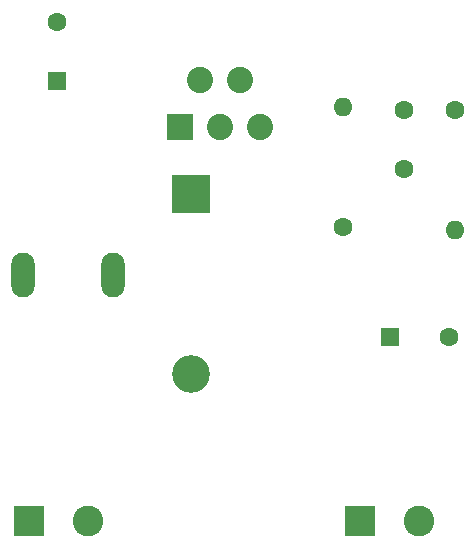
<source format=gts>
G04 #@! TF.GenerationSoftware,KiCad,Pcbnew,8.0.4*
G04 #@! TF.CreationDate,2024-11-26T22:54:15-05:00*
G04 #@! TF.ProjectId,buck_converter_lm2596_5V,6275636b-5f63-46f6-9e76-65727465725f,rev?*
G04 #@! TF.SameCoordinates,Original*
G04 #@! TF.FileFunction,Soldermask,Top*
G04 #@! TF.FilePolarity,Negative*
%FSLAX46Y46*%
G04 Gerber Fmt 4.6, Leading zero omitted, Abs format (unit mm)*
G04 Created by KiCad (PCBNEW 8.0.4) date 2024-11-26 22:54:15*
%MOMM*%
%LPD*%
G01*
G04 APERTURE LIST*
G04 Aperture macros list*
%AMRoundRect*
0 Rectangle with rounded corners*
0 $1 Rounding radius*
0 $2 $3 $4 $5 $6 $7 $8 $9 X,Y pos of 4 corners*
0 Add a 4 corners polygon primitive as box body*
4,1,4,$2,$3,$4,$5,$6,$7,$8,$9,$2,$3,0*
0 Add four circle primitives for the rounded corners*
1,1,$1+$1,$2,$3*
1,1,$1+$1,$4,$5*
1,1,$1+$1,$6,$7*
1,1,$1+$1,$8,$9*
0 Add four rect primitives between the rounded corners*
20,1,$1+$1,$2,$3,$4,$5,0*
20,1,$1+$1,$4,$5,$6,$7,0*
20,1,$1+$1,$6,$7,$8,$9,0*
20,1,$1+$1,$8,$9,$2,$3,0*%
G04 Aperture macros list end*
%ADD10R,1.600000X1.600000*%
%ADD11C,1.600000*%
%ADD12RoundRect,0.102000X-1.009650X-1.009650X1.009650X-1.009650X1.009650X1.009650X-1.009650X1.009650X0*%
%ADD13C,2.223300*%
%ADD14R,2.600000X2.600000*%
%ADD15C,2.600000*%
%ADD16O,1.600000X1.600000*%
%ADD17O,2.004000X3.804000*%
%ADD18R,3.200000X3.200000*%
%ADD19O,3.200000X3.200000*%
G04 APERTURE END LIST*
D10*
X175197349Y-86400000D03*
D11*
X180197349Y-86400000D03*
D10*
X147000000Y-64802651D03*
D11*
X147000000Y-59802651D03*
D12*
X157429200Y-68656200D03*
D13*
X159131000Y-64643000D03*
X160832800Y-68656200D03*
X162534600Y-64643000D03*
X164236400Y-68656200D03*
D11*
X176403000Y-72183000D03*
X176403000Y-67183000D03*
D14*
X144606000Y-101981000D03*
D15*
X149606000Y-101981000D03*
D11*
X171196000Y-77089000D03*
D16*
X171196000Y-66929000D03*
D14*
X172673000Y-101981000D03*
D15*
X177673000Y-101981000D03*
D17*
X151765000Y-81200000D03*
X144145000Y-81200000D03*
D18*
X158369000Y-74295000D03*
D19*
X158369000Y-89535000D03*
D11*
X180721000Y-67183000D03*
D16*
X180721000Y-77343000D03*
M02*

</source>
